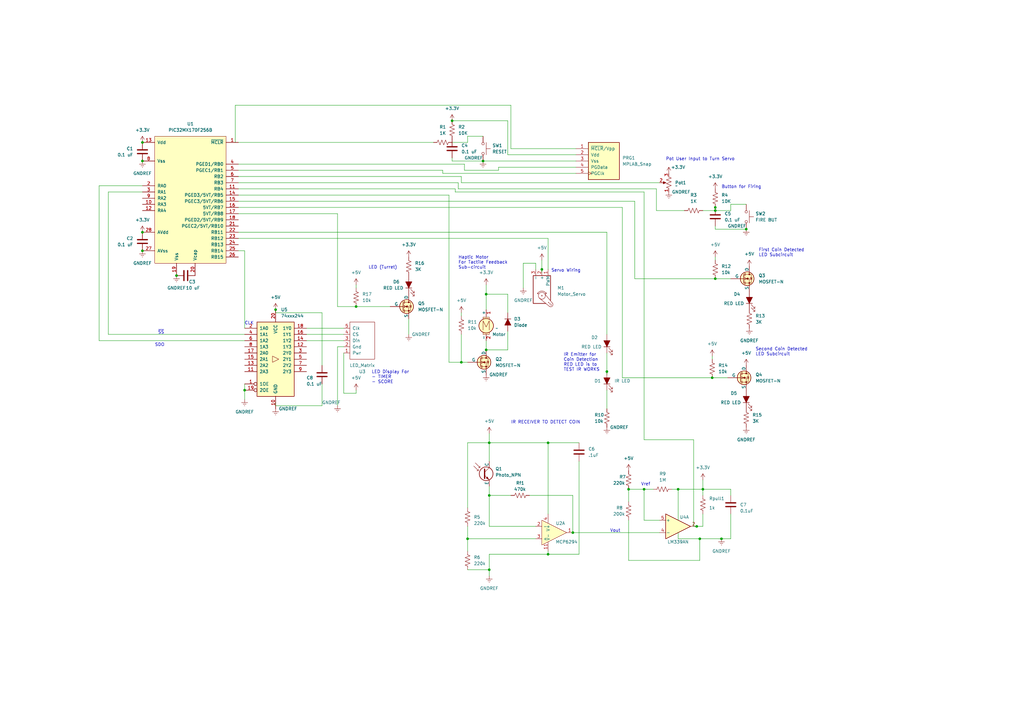
<source format=kicad_sch>
(kicad_sch (version 20230121) (generator eeschema)
  (paper "A3")
  (lib_symbols
    (symbol "ME218_BaseLib:74xxx244" (pin_names (offset 1.016))
      (property "Reference" "U" (at -7.62 16.51 0))
      (property "Value" "74xxx244" (at -7.62 -16.51 0))
      (symbol "74xxx244_1_0"
        (polyline (pts (xy 1.27 0) (xy -1.27 1.27) (xy -1.27 -1.27) (xy 1.27 0)) (stroke (width 0.1524)))
        (pin input inverted (at -12.7 -10.16 0) (length 5.08) (name "1OE") (number "1"))
        (pin power_in line (at 0 -20.32 90) (length 5.08) (name "GND") (number "10"))
        (pin input line (at -12.7 -5.08 0) (length 5.08) (name "2A3") (number "11"))
        (pin output line (at 12.7 5.08 180) (length 5.08) (name "1Y3") (number "12"))
        (pin input line (at -12.7 -2.54 0) (length 5.08) (name "2A2") (number "13"))
        (pin output line (at 12.7 7.62 180) (length 5.08) (name "1Y2") (number "14"))
        (pin input line (at -12.7 0 0) (length 5.08) (name "2A1") (number "15"))
        (pin output line (at 12.7 10.16 180) (length 5.08) (name "1Y1") (number "16"))
        (pin input line (at -12.7 2.54 0) (length 5.08) (name "2A0") (number "17"))
        (pin output line (at 12.7 12.7 180) (length 5.08) (name "1Y0") (number "18"))
        (pin input inverted (at -12.7 -12.7 0) (length 5.08) (name "2OE") (number "19"))
        (pin input line (at -12.7 12.7 0) (length 5.08) (name "1A0") (number "2"))
        (pin power_in line (at 0 20.32 270) (length 5.08) (name "VCC") (number "20"))
        (pin output line (at 12.7 2.54 180) (length 5.08) (name "2Y0") (number "3"))
        (pin input line (at -12.7 10.16 0) (length 5.08) (name "1A1") (number "4"))
        (pin output line (at 12.7 0 180) (length 5.08) (name "2Y1") (number "5"))
        (pin input line (at -12.7 7.62 0) (length 5.08) (name "1A2") (number "6"))
        (pin output line (at 12.7 -2.54 180) (length 5.08) (name "2Y2") (number "7"))
        (pin input line (at -12.7 5.08 0) (length 5.08) (name "1A3") (number "8"))
        (pin output line (at 12.7 -5.08 180) (length 5.08) (name "2Y3") (number "9"))
      )
      (symbol "74xxx244_1_1"
        (rectangle (start -7.62 15.24) (end 7.62 -15.24) (stroke (width 0.254)) (fill (type background)))
      )
    )
    (symbol "ME218_BaseLib:Cap" (pin_numbers hide) (pin_names (offset 0.254))
      (property "Reference" "C" (at 0.635 2.54 0))
      (property "Value" "Cap" (at 0.635 -2.54 0))
      (symbol "Cap_0_1"
        (polyline (pts (xy -2.032 -0.762) (xy 2.032 -0.762)) (stroke (width 0.508)))
        (polyline (pts (xy -2.032 0.762) (xy 2.032 0.762)) (stroke (width 0.508)))
      )
      (symbol "Cap_1_1"
        (pin passive line (at 0 3.81 270) (length 2.794) (name "~") (number "1"))
        (pin passive line (at 0 -3.81 90) (length 2.794) (name "~") (number "2"))
      )
    )
    (symbol "ME218_BaseLib:Diode" (pin_numbers hide) (pin_names (offset 1.016) hide)
      (property "Reference" "D" (at 0 2.54 0))
      (property "Value" "Diode" (at 0 -2.54 0))
      (symbol "Diode_0_1"
        (polyline (pts (xy -1.27 1.27) (xy -1.27 -1.27)) (stroke (width 0.2032)))
        (polyline (pts (xy 1.27 0) (xy -1.27 0)))
        (polyline (pts (xy 1.27 1.27) (xy 1.27 -1.27) (xy -1.27 0) (xy 1.27 1.27)) (stroke (width 0.2032)) (fill (type outline)))
      )
      (symbol "Diode_1_1"
        (pin passive line (at -3.81 0 0) (length 2.54) (name "K") (number "1"))
        (pin passive line (at 3.81 0 180) (length 2.54) (name "A") (number "2"))
      )
    )
    (symbol "ME218_BaseLib:LED" (pin_numbers hide) (pin_names (offset 1.016) hide)
      (property "Reference" "D" (at 0 2.54 0))
      (property "Value" "LED" (at 0 -2.54 0))
      (symbol "LED_0_1"
        (polyline (pts (xy -1.27 -1.27) (xy -1.27 1.27)) (stroke (width 0.2032)))
        (polyline (pts (xy -1.27 0) (xy 1.27 0)))
        (polyline (pts (xy 1.27 -1.27) (xy 1.27 1.27) (xy -1.27 0) (xy 1.27 -1.27)) (stroke (width 0.2032)) (fill (type outline)))
        (polyline (pts (xy -3.048 -0.762) (xy -4.572 -2.286) (xy -3.81 -2.286) (xy -4.572 -2.286) (xy -4.572 -1.524)))
        (polyline (pts (xy -1.778 -0.762) (xy -3.302 -2.286) (xy -2.54 -2.286) (xy -3.302 -2.286) (xy -3.302 -1.524)))
      )
      (symbol "LED_1_1"
        (pin passive line (at -3.81 0 0) (length 2.54) (name "K") (number "1"))
        (pin passive line (at 3.81 0 180) (length 2.54) (name "A") (number "2"))
      )
    )
    (symbol "ME218_BaseLib:LED_Matrix" (pin_names (offset 1.016))
      (property "Reference" "U" (at 1.27 17.78 0))
      (property "Value" "LED_Matrix" (at 5.08 0 0))
      (symbol "LED_Matrix_0_1"
        (rectangle (start 0 16.51) (end 10.16 1.27))
      )
      (symbol "LED_Matrix_1_1"
        (pin power_in line (at 12.7 13.97 180) (length 2.54) (name "Pwr") (number "1"))
        (pin power_in line (at 12.7 11.43 180) (length 2.54) (name "Gnd") (number "2"))
        (pin input line (at 12.7 8.89 180) (length 2.54) (name "Din") (number "3"))
        (pin input line (at 12.7 6.35 180) (length 2.54) (name "CS") (number "4"))
        (pin input line (at 12.7 3.81 180) (length 2.54) (name "Clk") (number "5"))
      )
    )
    (symbol "ME218_BaseLib:LM339AN" (pin_names (offset 0.127))
      (property "Reference" "U" (at 0 5.08 0))
      (property "Value" "LM339AN" (at 0 -5.08 0))
      (symbol "LM339AN_1_1"
        (polyline (pts (xy -5.08 5.08) (xy 5.08 0) (xy -5.08 -5.08) (xy -5.08 5.08)) (stroke (width 0.254)) (fill (type background)))
        (pin open_collector line (at 7.62 0 180) (length 2.54) (name "~") (number "2"))
        (pin input line (at -7.62 -2.54 0) (length 2.54) (name "-") (number "4"))
        (pin input line (at -7.62 2.54 0) (length 2.54) (name "+") (number "5"))
      )
      (symbol "LM339AN_2_1"
        (polyline (pts (xy -5.08 5.08) (xy 5.08 0) (xy -5.08 -5.08) (xy -5.08 5.08)) (stroke (width 0.254)) (fill (type background)))
        (pin open_collector line (at 7.62 0 180) (length 2.54) (name "~") (number "1"))
        (pin input line (at -7.62 -2.54 0) (length 2.54) (name "-") (number "6"))
        (pin input line (at -7.62 2.54 0) (length 2.54) (name "+") (number "7"))
      )
      (symbol "LM339AN_3_1"
        (polyline (pts (xy -5.08 5.08) (xy 5.08 0) (xy -5.08 -5.08) (xy -5.08 5.08)) (stroke (width 0.254)) (fill (type background)))
        (pin input line (at -7.62 -2.54 0) (length 2.54) (name "-") (number "10"))
        (pin input line (at -7.62 2.54 0) (length 2.54) (name "+") (number "11"))
        (pin open_collector line (at 7.62 0 180) (length 2.54) (name "~") (number "13"))
      )
      (symbol "LM339AN_4_1"
        (polyline (pts (xy -5.08 5.08) (xy 5.08 0) (xy -5.08 -5.08) (xy -5.08 5.08)) (stroke (width 0.254)) (fill (type background)))
        (pin open_collector line (at 7.62 0 180) (length 2.54) (name "~") (number "14"))
        (pin input line (at -7.62 -2.54 0) (length 2.54) (name "-") (number "8"))
        (pin input line (at -7.62 2.54 0) (length 2.54) (name "+") (number "9"))
      )
      (symbol "LM339AN_5_1"
        (pin power_in line (at -2.54 -7.62 90) (length 3.81) (name "V-") (number "12"))
        (pin power_in line (at -2.54 7.62 270) (length 3.81) (name "V+") (number "3"))
      )
    )
    (symbol "ME218_BaseLib:MCP6294"
      (property "Reference" "U" (at 1.27 5.08 0))
      (property "Value" "MCP6294" (at 3.81 -5.08 0))
      (symbol "MCP6294_0_1"
        (polyline (pts (xy -5.08 5.08) (xy 5.08 0) (xy -5.08 -5.08) (xy -5.08 5.08)) (stroke (width 0.1524)) (fill (type background)))
        (pin power_in line (at -2.54 -7.62 90) (length 3.81) (name "V-") (number "11"))
        (pin power_in line (at -2.54 7.62 270) (length 3.81) (name "V+") (number "4"))
      )
      (symbol "MCP6294_1_1"
        (pin output line (at 7.62 0 180) (length 2.54) (name "~") (number "1"))
        (pin input line (at -7.62 2.54 0) (length 2.54) (name "-") (number "2"))
        (pin input line (at -7.62 -2.54 0) (length 2.54) (name "+") (number "3"))
      )
      (symbol "MCP6294_2_1"
        (pin input line (at -7.62 -2.54 0) (length 2.54) (name "+") (number "5"))
        (pin input line (at -7.62 2.54 0) (length 2.54) (name "-") (number "6"))
        (pin output line (at 7.62 0 180) (length 2.54) (name "~") (number "7"))
      )
      (symbol "MCP6294_3_1"
        (pin input line (at -7.62 -2.54 0) (length 2.54) (name "+") (number "10"))
        (pin output line (at 7.62 0 180) (length 2.54) (name "~") (number "8"))
        (pin input line (at -7.62 2.54 0) (length 2.54) (name "-") (number "9"))
      )
      (symbol "MCP6294_4_1"
        (pin input line (at -7.62 -2.54 0) (length 2.54) (name "+") (number "12"))
        (pin input line (at -7.62 2.54 0) (length 2.54) (name "-") (number "13"))
        (pin output line (at 7.62 0 180) (length 2.54) (name "~") (number "14"))
      )
    )
    (symbol "ME218_BaseLib:MOSFET-N" (pin_numbers hide) (pin_names (offset 0))
      (property "Reference" "Q" (at 5.08 1.27 0))
      (property "Value" "MOSFET-N" (at 5.08 -1.27 0))
      (symbol "MOSFET-N_0_1"
        (polyline (pts (xy 0.0508 0) (xy 0.254 0)))
        (polyline (pts (xy 0.762 -1.778) (xy 2.54 -1.778)))
        (polyline (pts (xy 0.762 -1.27) (xy 0.762 -2.286)) (stroke (width 0.254)))
        (polyline (pts (xy 0.762 0) (xy 2.54 0)))
        (polyline (pts (xy 0.762 0.508) (xy 0.762 -0.508)) (stroke (width 0.254)))
        (polyline (pts (xy 0.762 1.778) (xy 2.54 1.778)))
        (polyline (pts (xy 0.762 2.286) (xy 0.762 1.27)) (stroke (width 0.254)))
        (polyline (pts (xy 2.54 -1.778) (xy 2.54 -2.54)))
        (polyline (pts (xy 2.54 -1.778) (xy 2.54 0)))
        (polyline (pts (xy 2.54 2.54) (xy 2.54 1.778)))
        (polyline (pts (xy 0.254 1.905) (xy 0.254 -1.905) (xy 0.254 -1.905)) (stroke (width 0.254)))
        (polyline (pts (xy 1.016 0) (xy 2.032 0.381) (xy 2.032 -0.381) (xy 1.016 0)) (fill (type outline)))
        (polyline (pts (xy 2.54 -1.778) (xy 3.302 -1.778) (xy 3.302 1.778) (xy 2.54 1.778)))
        (polyline (pts (xy 2.794 0.508) (xy 2.921 0.381) (xy 3.683 0.381) (xy 3.81 0.254)))
        (polyline (pts (xy 3.302 0.381) (xy 2.921 -0.254) (xy 3.683 -0.254) (xy 3.302 0.381)))
        (circle (center 1.651 0) (radius 2.8194) (stroke (width 0.254)) (fill (type background)))
        (circle (center 2.54 -1.778) (radius 0.2794) (fill (type outline)))
        (circle (center 2.54 1.778) (radius 0.2794) (fill (type outline)))
      )
      (symbol "MOSFET-N_1_1"
        (pin passive line (at 2.54 5.08 270) (length 2.54) (name "D") (number "1"))
        (pin input line (at -5.08 0 0) (length 5.08) (name "G") (number "2"))
        (pin passive line (at 2.54 -5.08 90) (length 2.54) (name "S") (number "3"))
      )
    )
    (symbol "ME218_BaseLib:MPLAB_Snap" (pin_names (offset 1.016))
      (property "Reference" "PRG" (at 0 8.89 0))
      (property "Value" "MPLAB_Snap" (at 8.89 1.27 90))
      (symbol "MPLAB_Snap_0_1"
        (rectangle (start -6.35 7.62) (end 6.35 -7.62) (stroke (width 0.254)) (fill (type background)))
      )
      (symbol "MPLAB_Snap_1_1"
        (pin output line (at -11.43 5.08 0) (length 5.08) (name "~{MCLR}/Vpp") (number "1"))
        (pin input line (at -11.43 2.54 0) (length 5.08) (name "Vdd") (number "2"))
        (pin input line (at -11.43 0 0) (length 5.08) (name "Vss") (number "3"))
        (pin bidirectional line (at -11.43 -2.54 0) (length 5.08) (name "PGData") (number "4"))
        (pin output clock (at -11.43 -5.08 0) (length 5.08) (name "PGClk") (number "5"))
        (pin no_connect line (at -2.54 -11.43 0) (length 5.08) hide (name "NC") (number "6"))
        (pin no_connect line (at -2.54 -13.97 0) (length 5.08) hide (name "NC") (number "7"))
        (pin no_connect line (at -2.54 -16.51 0) (length 5.08) hide (name "NC") (number "8"))
      )
    )
    (symbol "ME218_BaseLib:Motor" (pin_names (offset 0))
      (property "Reference" "M" (at 2.54 2.54 0))
      (property "Value" "Motor" (at 2.54 -5.08 0))
      (symbol "Motor_0_0"
        (circle (center 0 -1.524) (radius 2.9718) (stroke (width 0.254)) (fill (type background)))
        (polyline (pts (xy -1.27 -4.318) (xy -1.27 -5.08) (xy 1.27 -5.08) (xy 1.27 -4.318)) (fill (type background)))
        (polyline (pts (xy -1.27 1.27) (xy -1.27 2.032) (xy 1.27 2.032) (xy 1.27 1.27)) (fill (type background)))
        (polyline (pts (xy -1.27 -3.302) (xy -1.27 0.508) (xy 0 -2.032) (xy 1.27 0.508) (xy 1.27 -3.302)))
      )
      (symbol "Motor_0_1"
        (polyline (pts (xy 0 2.032) (xy 0 2.54)))
      )
      (symbol "Motor_1_1"
        (pin passive line (at 0 5.08 270) (length 2.54) (name "+") (number "1"))
        (pin passive line (at 0 -7.62 90) (length 2.54) (name "-") (number "2"))
      )
    )
    (symbol "ME218_BaseLib:Motor_Servo" (pin_names (offset 0.0254))
      (property "Reference" "M" (at -5.08 4.445 0))
      (property "Value" "Motor_Servo" (at -5.08 -4.064 0))
      (symbol "Motor_Servo_0_1"
        (polyline (pts (xy 2.413 -1.778) (xy 2.032 -1.778)))
        (polyline (pts (xy 2.413 -1.778) (xy 2.286 -1.397)))
        (polyline (pts (xy 2.413 1.778) (xy 1.905 1.778)))
        (polyline (pts (xy 2.413 1.778) (xy 2.286 1.397)))
        (polyline (pts (xy 6.35 4.445) (xy 2.54 1.27)))
        (polyline (pts (xy 7.62 3.175) (xy 4.191 -1.016)))
        (polyline (pts (xy 5.08 3.556) (xy -5.08 3.556) (xy -5.08 -3.556) (xy 6.35 -3.556) (xy 6.35 1.524)) (stroke (width 0.254)))
        (arc (start 2.413 1.778) (mid 1.2406 0) (end 2.413 -1.778))
        (circle (center 3.175 0) (radius 0.1778))
        (circle (center 3.175 0) (radius 1.4224))
        (circle (center 5.969 2.794) (radius 0.127))
        (circle (center 6.477 3.302) (radius 0.127))
        (circle (center 6.985 3.81) (radius 0.127))
        (arc (start 7.62 3.175) (mid 7.4485 4.2735) (end 6.35 4.445))
      )
      (symbol "Motor_Servo_1_1"
        (pin passive line (at -7.62 2.54 0) (length 2.54) (name "PWM") (number "1"))
        (pin passive line (at -7.62 0 0) (length 2.54) (name "+") (number "2"))
        (pin passive line (at -7.62 -2.54 0) (length 2.54) (name "-") (number "3"))
      )
    )
    (symbol "ME218_BaseLib:PIC32MX170F256B" (pin_names (offset 1.016))
      (property "Reference" "U" (at -20.32 25.4 0))
      (property "Value" "PIC32MX170F256B" (at -7.62 25.4 0))
      (symbol "PIC32MX170F256B_0_1"
        (rectangle (start -21.59 24.13) (end 7.62 -27.94) (fill (type background)))
      )
      (symbol "PIC32MX170F256B_1_1"
        (pin input line (at 12.7 21.59 180) (length 5.08) (name "~{MCLR}") (number "1"))
        (pin bidirectional line (at -26.67 -3.81 0) (length 5.08) (name "RA3") (number "10"))
        (pin bidirectional line (at 12.7 2.54 180) (length 5.08) (name "RB4") (number "11"))
        (pin bidirectional line (at -26.67 -6.35 0) (length 5.08) (name "RA4") (number "12"))
        (pin power_in line (at -26.67 21.59 0) (length 5.08) (name "Vdd") (number "13"))
        (pin bidirectional line (at 12.7 0 180) (length 5.08) (name "PGED3/5VT/RB5") (number "14"))
        (pin bidirectional line (at 12.7 -2.54 180) (length 5.08) (name "PGEC3/5VT/RB6") (number "15"))
        (pin bidirectional line (at 12.7 -5.08 180) (length 5.08) (name "5VT/RB7") (number "16"))
        (pin bidirectional line (at 12.7 -7.62 180) (length 5.08) (name "5VT/RB8") (number "17"))
        (pin bidirectional line (at 12.7 -10.16 180) (length 5.08) (name "PGED2/5VT/RB9") (number "18"))
        (pin power_in line (at -12.7 -33.02 90) (length 5.08) (name "Vss") (number "19"))
        (pin bidirectional line (at -26.67 3.81 0) (length 5.08) (name "RA0") (number "2"))
        (pin input line (at -5.08 -33.02 90) (length 5.08) (name "Vcap") (number "20"))
        (pin bidirectional line (at 12.7 -12.7 180) (length 5.08) (name "PGEC2/5VT/RB10") (number "21"))
        (pin bidirectional line (at 12.7 -15.24 180) (length 5.08) (name "RB11") (number "22"))
        (pin bidirectional line (at 12.7 -17.78 180) (length 5.08) (name "RB12") (number "23"))
        (pin bidirectional line (at 12.7 -20.32 180) (length 5.08) (name "RB13") (number "24"))
        (pin bidirectional line (at 12.7 -22.86 180) (length 5.08) (name "RB14") (number "25"))
        (pin bidirectional line (at 12.7 -25.4 180) (length 5.08) (name "RB15") (number "26"))
        (pin power_in line (at -26.67 -22.86 0) (length 5.08) (name "AVss") (number "27"))
        (pin power_in line (at -26.67 -15.24 0) (length 5.08) (name "AVdd") (number "28"))
        (pin bidirectional line (at -26.67 1.27 0) (length 5.08) (name "RA1") (number "3"))
        (pin bidirectional line (at 12.7 12.7 180) (length 5.08) (name "PGED1/RB0") (number "4"))
        (pin bidirectional line (at 12.7 10.16 180) (length 5.08) (name "PGEC1/RB1") (number "5"))
        (pin bidirectional line (at 12.7 7.62 180) (length 5.08) (name "RB2") (number "6"))
        (pin bidirectional line (at 12.7 5.08 180) (length 5.08) (name "RB3") (number "7"))
        (pin power_in line (at -26.67 13.97 0) (length 5.08) (name "Vss") (number "8"))
        (pin bidirectional line (at -26.67 -1.27 0) (length 5.08) (name "RA2") (number "9"))
      )
    )
    (symbol "ME218_BaseLib:Photo_NPN" (pin_numbers hide) (pin_names (offset 0))
      (property "Reference" "Q" (at 5.08 1.27 0))
      (property "Value" "Photo_NPN" (at 5.08 -1.27 0))
      (symbol "Photo_NPN_0_1"
        (polyline (pts (xy -1.905 1.27) (xy -2.54 1.27)))
        (polyline (pts (xy -1.27 2.54) (xy -1.905 2.54)))
        (polyline (pts (xy 0.635 0.635) (xy 2.54 2.54)))
        (polyline (pts (xy -3.81 3.175) (xy -1.905 1.27) (xy -1.905 1.905)))
        (polyline (pts (xy -3.175 4.445) (xy -1.27 2.54) (xy -1.27 3.175)))
        (polyline (pts (xy 0.635 -0.635) (xy 2.54 -2.54) (xy 2.54 -2.54)))
        (polyline (pts (xy 0.635 1.905) (xy 0.635 -1.905) (xy 0.635 -1.905)) (stroke (width 0.508)))
        (polyline (pts (xy 1.27 -1.778) (xy 1.778 -1.27) (xy 2.286 -2.286) (xy 1.27 -1.778) (xy 1.27 -1.778)) (fill (type outline)))
        (circle (center 1.27 0) (radius 2.8194) (stroke (width 0.254)))
      )
      (symbol "Photo_NPN_1_1"
        (pin passive line (at 2.54 5.08 270) (length 2.54) (name "C") (number "1"))
        (pin passive line (at 2.54 -5.08 90) (length 2.54) (name "E") (number "2"))
      )
    )
    (symbol "ME218_BaseLib:RPot1" (pin_names (offset 1.016) hide)
      (property "Reference" "RV" (at -4.445 0 90))
      (property "Value" "RPot1" (at -2.54 0 90))
      (symbol "RPot1_0_1"
        (polyline (pts (xy 0 -2.286) (xy 0 -2.54)))
        (polyline (pts (xy 0 2.54) (xy 0 2.286)))
        (polyline (pts (xy 2.54 0) (xy 1.524 0)))
        (polyline (pts (xy 1.143 0) (xy 2.286 0.508) (xy 2.286 -0.508) (xy 1.143 0)) (fill (type outline)))
        (polyline (pts (xy 0 -0.762) (xy 1.016 -1.143) (xy 0 -1.524) (xy -1.016 -1.905) (xy 0 -2.286)))
        (polyline (pts (xy 0 0.762) (xy 1.016 0.381) (xy 0 0) (xy -1.016 -0.381) (xy 0 -0.762)))
        (polyline (pts (xy 0 2.286) (xy 1.016 1.905) (xy 0 1.524) (xy -1.016 1.143) (xy 0 0.762)))
      )
      (symbol "RPot1_1_1"
        (pin passive line (at 0 3.81 270) (length 1.27) (name "1") (number "1"))
        (pin passive line (at 3.81 0 180) (length 1.27) (name "2") (number "2"))
        (pin passive line (at 0 -3.81 90) (length 1.27) (name "3") (number "3"))
      )
    )
    (symbol "ME218_BaseLib:Res1" (pin_numbers hide) (pin_names (offset 0))
      (property "Reference" "R" (at 2.54 0 90))
      (property "Value" "Res1" (at -2.54 0 90))
      (symbol "Res1_0_1"
        (polyline (pts (xy 0 -2.286) (xy 0 -2.54)))
        (polyline (pts (xy 0 2.286) (xy 0 2.54)))
        (polyline (pts (xy 0 -0.762) (xy 1.016 -1.143) (xy 0 -1.524) (xy -1.016 -1.905) (xy 0 -2.286)))
        (polyline (pts (xy 0 0.762) (xy 1.016 0.381) (xy 0 0) (xy -1.016 -0.381) (xy 0 -0.762)))
        (polyline (pts (xy 0 2.286) (xy 1.016 1.905) (xy 0 1.524) (xy -1.016 1.143) (xy 0 0.762)))
      )
      (symbol "Res1_1_1"
        (pin passive line (at 0 3.81 270) (length 1.27) (name "~") (number "1"))
        (pin passive line (at 0 -3.81 90) (length 1.27) (name "~") (number "2"))
      )
    )
    (symbol "ME218_BaseLib:SW-PB" (pin_numbers hide) (pin_names (offset 1.016) hide)
      (property "Reference" "SW" (at 1.27 2.54 0))
      (property "Value" "SW-PB" (at 0 -1.524 0))
      (symbol "SW-PB_0_1"
        (circle (center -2.032 0) (radius 0.508))
        (polyline (pts (xy 0 1.27) (xy 0 3.048)))
        (polyline (pts (xy 2.54 1.27) (xy -2.54 1.27)))
        (circle (center 2.032 0) (radius 0.508))
        (pin passive line (at -5.08 0 0) (length 2.54) (name "1") (number "1"))
        (pin passive line (at 5.08 0 180) (length 2.54) (name "2") (number "2"))
      )
    )
    (symbol "power:+3.3V" (power) (pin_names (offset 0))
      (property "Value" "+3.3V" (at 0 3.556 0))
      (symbol "+3.3V_0_1"
        (polyline (pts (xy -0.762 1.27) (xy 0 2.54)))
        (polyline (pts (xy 0 0) (xy 0 2.54)))
        (polyline (pts (xy 0 2.54) (xy 0.762 1.27)))
      )
      (symbol "+3.3V_1_1"
        (pin power_in line (at 0 0 90) (length 0) hide (name "+3.3V") (number "1"))
      )
    )
    (symbol "power:+5V" (power) (pin_names (offset 0))
      (property "Value" "+5V" (at 0 3.556 0))
      (symbol "+5V_0_1"
        (polyline (pts (xy -0.762 1.27) (xy 0 2.54)))
        (polyline (pts (xy 0 0) (xy 0 2.54)))
        (polyline (pts (xy 0 2.54) (xy 0.762 1.27)))
      )
      (symbol "+5V_1_1"
        (pin power_in line (at 0 0 90) (length 0) hide (name "+5V") (number "1"))
      )
    )
    (symbol "power:GNDREF" (power) (pin_names (offset 0))
      (property "Value" "GNDREF" (at 0 -3.81 0))
      (symbol "GNDREF_0_1"
        (polyline (pts (xy -0.635 -1.905) (xy 0.635 -1.905)))
        (polyline (pts (xy -0.127 -2.54) (xy 0.127 -2.54)))
        (polyline (pts (xy 0 -1.27) (xy 0 0)))
        (polyline (pts (xy 1.27 -1.27) (xy -1.27 -1.27)))
      )
      (symbol "GNDREF_1_1"
        (pin power_in line (at 0 0 270) (length 0) hide (name "GNDREF") (number "1"))
      )
    )
  )
  (junction (at 198.12 66.04))
  (junction (at 200.66 233.68))
  (junction (at 58.42 102.87))
  (junction (at 224.79 181.61))
  (junction (at 58.42 66.04))
  (junction (at 100.33 160.02))
  (junction (at 234.95 218.44))
  (junction (at 264.16 200.66))
  (junction (at 293.37 86.36))
  (junction (at 185.42 49.53))
  (junction (at 285.75 215.9))
  (junction (at 113.03 127))
  (junction (at 72.39 113.03))
  (junction (at 292.1 154.94))
  (junction (at 295.91 220.98))
  (junction (at 200.66 181.61))
  (junction (at 189.23 148.59))
  (junction (at 200.66 203.2))
  (junction (at 293.37 85.09))
  (junction (at 199.39 143.51))
  (junction (at 306.07 93.98))
  (junction (at 248.92 152.4))
  (junction (at 199.39 120.65))
  (junction (at 293.37 114.3))
  (junction (at 222.25 110.49))
  (junction (at 58.42 58.42))
  (junction (at 278.13 200.66))
  (junction (at 287.02 220.98))
  (junction (at 146.05 125.73))
  (junction (at 191.77 220.98))
  (junction (at 58.42 95.25))
  (junction (at 288.29 200.66))
  (junction (at 224.79 227.33))
  (junction (at 257.81 200.66))
  (wire (pts (xy 224.79 226.06) (xy 224.79 227.33)))
  (wire (pts (xy 96.52 43.18) (xy 96.52 58.42)))
  (wire (pts (xy 191.77 220.98) (xy 219.71 220.98)))
  (wire (pts (xy 299.72 83.82) (xy 299.72 86.36)))
  (wire (pts (xy 181.61 69.85) (xy 181.61 71.12)))
  (wire (pts (xy 40.64 76.2) (xy 40.64 139.7)))
  (wire (pts (xy 208.28 49.53) (xy 185.42 49.53)))
  (wire (pts (xy 264.16 78.74) (xy 186.69 78.74)))
  (wire (pts (xy 257.81 213.36) (xy 257.81 229.87)))
  (wire (pts (xy 132.08 128.27) (xy 113.03 128.27)))
  (wire (pts (xy 219.71 107.95) (xy 219.71 110.49)))
  (wire (pts (xy 236.22 71.12) (xy 181.61 71.12)))
  (wire (pts (xy 284.48 180.34) (xy 264.16 180.34)))
  (wire (pts (xy 306.07 83.82) (xy 299.72 83.82)))
  (wire (pts (xy 138.43 142.24) (xy 138.43 166.37)))
  (wire (pts (xy 299.72 210.82) (xy 299.72 220.98)))
  (wire (pts (xy 293.37 86.36) (xy 299.72 86.36)))
  (wire (pts (xy 214.63 107.95) (xy 219.71 107.95)))
  (wire (pts (xy 224.79 227.33) (xy 200.66 227.33)))
  (wire (pts (xy 255.27 85.09) (xy 255.27 154.94)))
  (wire (pts (xy 285.75 215.9) (xy 288.29 215.9)))
  (wire (pts (xy 189.23 74.93) (xy 189.23 72.39)))
  (wire (pts (xy 264.16 180.34) (xy 264.16 78.74)))
  (wire (pts (xy 44.45 78.74) (xy 44.45 137.16)))
  (wire (pts (xy 40.64 139.7) (xy 100.33 139.7)))
  (wire (pts (xy 200.66 215.9) (xy 219.71 215.9)))
  (wire (pts (xy 191.77 220.98) (xy 191.77 226.06)))
  (wire (pts (xy 288.29 196.85) (xy 288.29 200.66)))
  (wire (pts (xy 284.48 215.9) (xy 285.75 215.9)))
  (wire (pts (xy 264.16 200.66) (xy 267.97 200.66)))
  (wire (pts (xy 299.72 220.98) (xy 295.91 220.98)))
  (wire (pts (xy 140.97 144.78) (xy 140.97 161.29)))
  (wire (pts (xy 113.03 128.27) (xy 113.03 127)))
  (wire (pts (xy 248.92 160.02) (xy 248.92 167.64)))
  (wire (pts (xy 209.55 60.96) (xy 209.55 43.18)))
  (wire (pts (xy 269.24 77.47) (xy 187.96 77.47)))
  (wire (pts (xy 288.29 210.82) (xy 288.29 215.9)))
  (wire (pts (xy 186.69 77.47) (xy 97.79 77.47)))
  (wire (pts (xy 100.33 157.48) (xy 100.33 160.02)))
  (wire (pts (xy 190.5 69.85) (xy 204.47 69.85)))
  (wire (pts (xy 200.66 199.39) (xy 200.66 203.2)))
  (wire (pts (xy 191.77 181.61) (xy 191.77 208.28)))
  (wire (pts (xy 269.24 86.36) (xy 269.24 77.47)))
  (wire (pts (xy 234.95 203.2) (xy 234.95 218.44)))
  (wire (pts (xy 292.1 146.05) (xy 292.1 147.32)))
  (wire (pts (xy 191.77 55.88) (xy 191.77 58.42)))
  (wire (pts (xy 138.43 142.24) (xy 140.97 142.24)))
  (wire (pts (xy 236.22 63.5) (xy 208.28 63.5)))
  (wire (pts (xy 199.39 127) (xy 199.39 120.65)))
  (wire (pts (xy 257.81 200.66) (xy 257.81 205.74)))
  (wire (pts (xy 306.07 93.98) (xy 293.37 93.98)))
  (wire (pts (xy 58.42 76.2) (xy 40.64 76.2)))
  (wire (pts (xy 97.79 85.09) (xy 255.27 85.09)))
  (wire (pts (xy 198.12 55.88) (xy 191.77 55.88)))
  (wire (pts (xy 293.37 114.3) (xy 299.72 114.3)))
  (wire (pts (xy 236.22 60.96) (xy 209.55 60.96)))
  (wire (pts (xy 138.43 87.63) (xy 97.79 87.63)))
  (wire (pts (xy 200.66 227.33) (xy 200.66 233.68)))
  (wire (pts (xy 187.96 77.47) (xy 187.96 74.93)))
  (wire (pts (xy 100.33 160.02) (xy 100.33 163.83)))
  (wire (pts (xy 208.28 143.51) (xy 199.39 143.51)))
  (wire (pts (xy 132.08 128.27) (xy 132.08 149.86)))
  (wire (pts (xy 293.37 86.36) (xy 293.37 85.09)))
  (wire (pts (xy 200.66 233.68) (xy 200.66 236.22)))
  (wire (pts (xy 132.08 166.37) (xy 113.03 166.37)))
  (wire (pts (xy 146.05 125.73) (xy 160.02 125.73)))
  (wire (pts (xy 146.05 116.84) (xy 146.05 118.11)))
  (wire (pts (xy 200.66 181.61) (xy 191.77 181.61)))
  (wire (pts (xy 208.28 135.89) (xy 208.28 143.51)))
  (wire (pts (xy 58.42 78.74) (xy 44.45 78.74)))
  (wire (pts (xy 224.79 97.79) (xy 224.79 110.49)))
  (wire (pts (xy 97.79 95.25) (xy 248.92 95.25)))
  (wire (pts (xy 186.69 77.47) (xy 186.69 78.74)))
  (wire (pts (xy 293.37 105.41) (xy 293.37 106.68)))
  (wire (pts (xy 237.49 189.23) (xy 237.49 227.33)))
  (wire (pts (xy 132.08 157.48) (xy 132.08 166.37)))
  (wire (pts (xy 184.15 148.59) (xy 189.23 148.59)))
  (wire (pts (xy 97.79 97.79) (xy 224.79 97.79)))
  (wire (pts (xy 264.16 200.66) (xy 264.16 213.36)))
  (wire (pts (xy 209.55 43.18) (xy 96.52 43.18)))
  (wire (pts (xy 278.13 218.44) (xy 278.13 220.98)))
  (wire (pts (xy 191.77 215.9) (xy 191.77 220.98)))
  (wire (pts (xy 288.29 200.66) (xy 299.72 200.66)))
  (wire (pts (xy 200.66 181.61) (xy 200.66 189.23)))
  (wire (pts (xy 248.92 95.25) (xy 248.92 137.16)))
  (wire (pts (xy 198.12 66.04) (xy 185.42 66.04)))
  (wire (pts (xy 100.33 102.87) (xy 100.33 134.62)))
  (wire (pts (xy 222.25 110.49) (xy 222.25 111.76)))
  (wire (pts (xy 278.13 200.66) (xy 288.29 200.66)))
  (wire (pts (xy 189.23 148.59) (xy 191.77 148.59)))
  (wire (pts (xy 138.43 125.73) (xy 146.05 125.73)))
  (wire (pts (xy 200.66 203.2) (xy 200.66 215.9)))
  (wire (pts (xy 97.79 82.55) (xy 260.35 82.55)))
  (wire (pts (xy 185.42 64.77) (xy 185.42 66.04)))
  (wire (pts (xy 200.66 203.2) (xy 209.55 203.2)))
  (wire (pts (xy 125.73 137.16) (xy 140.97 137.16)))
  (wire (pts (xy 198.12 66.04) (xy 236.22 66.04)))
  (wire (pts (xy 200.66 181.61) (xy 224.79 181.61)))
  (wire (pts (xy 191.77 233.68) (xy 200.66 233.68)))
  (wire (pts (xy 224.79 181.61) (xy 237.49 181.61)))
  (wire (pts (xy 264.16 213.36) (xy 270.51 213.36)))
  (wire (pts (xy 190.5 67.31) (xy 97.79 67.31)))
  (wire (pts (xy 199.39 116.84) (xy 199.39 120.65)))
  (wire (pts (xy 167.64 130.81) (xy 167.64 137.16)))
  (wire (pts (xy 292.1 154.94) (xy 298.45 154.94)))
  (wire (pts (xy 199.39 139.7) (xy 199.39 143.51)))
  (wire (pts (xy 200.66 177.8) (xy 200.66 181.61)))
  (wire (pts (xy 260.35 82.55) (xy 260.35 114.3)))
  (wire (pts (xy 97.79 80.01) (xy 184.15 80.01)))
  (wire (pts (xy 204.47 68.58) (xy 236.22 68.58)))
  (wire (pts (xy 190.5 69.85) (xy 190.5 67.31)))
  (wire (pts (xy 287.02 220.98) (xy 287.02 229.87)))
  (wire (pts (xy 184.15 80.01) (xy 184.15 148.59)))
  (wire (pts (xy 97.79 58.42) (xy 177.8 58.42)))
  (wire (pts (xy 287.02 220.98) (xy 278.13 220.98)))
  (wire (pts (xy 185.42 58.42) (xy 191.77 58.42)))
  (wire (pts (xy 125.73 134.62) (xy 140.97 134.62)))
  (wire (pts (xy 208.28 63.5) (xy 208.28 49.53)))
  (wire (pts (xy 214.63 118.11) (xy 214.63 107.95)))
  (wire (pts (xy 199.39 120.65) (xy 208.28 120.65)))
  (wire (pts (xy 187.96 74.93) (xy 97.79 74.93)))
  (wire (pts (xy 260.35 114.3) (xy 293.37 114.3)))
  (wire (pts (xy 224.79 210.82) (xy 224.79 181.61)))
  (wire (pts (xy 217.17 203.2) (xy 234.95 203.2)))
  (wire (pts (xy 299.72 203.2) (xy 299.72 200.66)))
  (wire (pts (xy 125.73 139.7) (xy 140.97 139.7)))
  (wire (pts (xy 181.61 69.85) (xy 97.79 69.85)))
  (wire (pts (xy 140.97 161.29) (xy 146.05 161.29)))
  (wire (pts (xy 284.48 180.34) (xy 284.48 215.9)))
  (wire (pts (xy 280.67 86.36) (xy 269.24 86.36)))
  (wire (pts (xy 275.59 200.66) (xy 278.13 200.66)))
  (wire (pts (xy 234.95 218.44) (xy 270.51 218.44)))
  (wire (pts (xy 44.45 137.16) (xy 100.33 137.16)))
  (wire (pts (xy 113.03 165.1) (xy 113.03 166.37)))
  (wire (pts (xy 237.49 227.33) (xy 224.79 227.33)))
  (wire (pts (xy 257.81 229.87) (xy 287.02 229.87)))
  (wire (pts (xy 189.23 72.39) (xy 97.79 72.39)))
  (wire (pts (xy 248.92 152.4) (xy 248.92 144.78)))
  (wire (pts (xy 255.27 154.94) (xy 292.1 154.94)))
  (wire (pts (xy 138.43 125.73) (xy 138.43 87.63)))
  (wire (pts (xy 204.47 69.85) (xy 204.47 68.58)))
  (wire (pts (xy 146.05 161.29) (xy 146.05 160.02)))
  (wire (pts (xy 270.51 74.93) (xy 189.23 74.93)))
  (wire (pts (xy 293.37 92.71) (xy 293.37 93.98)))
  (wire (pts (xy 208.28 128.27) (xy 208.28 120.65)))
  (wire (pts (xy 97.79 102.87) (xy 100.33 102.87)))
  (wire (pts (xy 189.23 137.16) (xy 189.23 148.59)))
  (wire (pts (xy 295.91 220.98) (xy 287.02 220.98)))
  (wire (pts (xy 257.81 200.66) (xy 264.16 200.66)))
  (wire (pts (xy 248.92 153.67) (xy 248.92 152.4)))
  (wire (pts (xy 189.23 128.27) (xy 189.23 129.54)))
  (wire (pts (xy 278.13 200.66) (xy 278.13 213.36)))
  (wire (pts (xy 288.29 86.36) (xy 293.37 86.36)))
  (wire (pts (xy 288.29 200.66) (xy 288.29 203.2)))
  (wire (pts (xy 222.25 106.68) (xy 222.25 110.49)))
  (text "Haptic Motor \nFor Tactile Feedback\nSub-circuit\n" (at 187.96 110.49 0) (effects (font (size 1.27 1.27)) (justify left bottom)))
  (text "IR RECEIVER TO DETECT COIN\n" (at 209.55 173.99 0) (effects (font (size 1.27 1.27)) (justify left bottom)))
  (text "IR Emitter for \nCoin Detection \nRED LED is to \nTEST IR WORKS\n" (at 231.14 152.4 0) (effects (font (size 1.27 1.27)) (justify left bottom)))
  (text "~{SS}" (at 64.77 137.16 0) (effects (font (size 1.27 1.27)) (justify left bottom)))
  (text "LED Display For \n- TIMER\n- SCORE" (at 152.4 157.48 0) (effects (font (size 1.27 1.27)) (justify left bottom)))
  (text "Vref\n" (at 262.89 199.39 0) (effects (font (size 1.27 1.27)) (justify left bottom)))
  (text "Servo Wiring\n" (at 226.06 111.76 0) (effects (font (size 1.27 1.27)) (justify left bottom)))
  (text "Button for Firing" (at 295.91 77.47 0) (effects (font (size 1.27 1.27)) (justify left bottom)))
  (text "SDO" (at 63.5 142.24 0) (effects (font (size 1.27 1.27)) (justify left bottom)))
  (text "Vout\n" (at 250.19 218.44 0) (effects (font (size 1.27 1.27)) (justify left bottom)))
  (text "Pot User Input to Turn Servo\n" (at 273.05 66.04 0) (effects (font (size 1.27 1.27)) (justify left bottom)))
  (text "Second Coin Detected \nLED Subcircuit\n" (at 309.88 146.05 0) (effects (font (size 1.27 1.27)) (justify left bottom)))
  (text "CLK" (at 100.33 133.35 0) (effects (font (size 1.27 1.27)) (justify left bottom)))
  (text "LED (Turret)\n" (at 151.13 110.49 0) (effects (font (size 1.27 1.27)) (justify left bottom)))
  (text "First Coin Detected \nLED Subcircuit\n" (at 311.15 105.41 0) (effects (font (size 1.27 1.27)) (justify left bottom)))
  (symbol (lib_id "ME218_BaseLib:Cap") (at 132.08 153.67 0) (unit 1)
    (property "Reference" "C8" (at 125.73 154.94 0) (effects (justify left)))
    (property "Value" "0.1 uF" (at 125.73 157.48 0) (effects (justify left)))
  )
  (symbol (lib_id "power:GNDREF") (at 200.66 236.22 0) (unit 1)
    (property "Reference" "#PWR014" (effects hide))
    (property "Value" "GNDREF" (at 200.66 241.3 0))
  )
  (symbol (lib_id "ME218_BaseLib:RPot1") (at 274.32 74.93 180) (unit 1)
    (property "Reference" "Pot1" (at 276.86 74.93 0) (effects (justify right)))
    (property "Value" "~" (at 276.86 76.2 0) (effects (justify right)))
  )
  (symbol (lib_id "ME218_BaseLib:Res1") (at 293.37 110.49 0) (unit 1)
    (property "Reference" "R12" (at 295.91 109.22 0) (effects (justify left)))
    (property "Value" "10k" (at 295.91 111.76 0) (effects (justify left)))
  )
  (symbol (lib_id "ME218_BaseLib:Res1") (at 167.64 109.22 0) (unit 1)
    (property "Reference" "R16" (at 170.18 107.95 0) (effects (justify left)))
    (property "Value" "3K" (at 170.18 110.49 0) (effects (justify left)))
  )
  (symbol (lib_id "ME218_BaseLib:Res1") (at 257.81 196.85 0) (unit 1)
    (property "Reference" "R7" (at 254 195.58 0) (effects (justify left)))
    (property "Value" "220k" (at 251.46 198.12 0) (effects (justify left)))
  )
  (symbol (lib_id "ME218_BaseLib:Res1") (at 213.36 203.2 90) (unit 1)
    (property "Reference" "Rf1" (at 213.36 198.12 90))
    (property "Value" "470k" (at 210.82 200.66 90) (effects (justify right)))
  )
  (symbol (lib_id "ME218_BaseLib:MOSFET-N") (at 196.85 148.59 0) (unit 1)
    (property "Reference" "Q2" (at 203.2 147.32 0) (effects (justify left)))
    (property "Value" "MOSFET-N" (at 203.2 149.86 0) (effects (justify left)))
  )
  (symbol (lib_id "ME218_BaseLib:Res1") (at 307.34 130.81 0) (unit 1)
    (property "Reference" "R13" (at 309.88 129.54 0) (effects (justify left)))
    (property "Value" "3K" (at 309.88 132.08 0) (effects (justify left)))
  )
  (symbol (lib_id "power:GNDREF") (at 306.07 175.26 0) (unit 1)
    (property "Reference" "#PWR030" (effects hide))
    (property "Value" "GNDREF" (at 306.07 180.34 0))
  )
  (symbol (lib_id "ME218_BaseLib:Res1") (at 191.77 212.09 0) (unit 1)
    (property "Reference" "R5" (at 194.31 212.09 0) (effects (justify left)))
    (property "Value" "220k" (at 194.31 214.63 0) (effects (justify left)))
  )
  (symbol (lib_id "power:+5V") (at 222.25 106.68 0) (unit 1)
    (property "Reference" "#PWR08" (effects hide))
    (property "Value" "+5V" (at 222.25 101.6 0))
  )
  (symbol (lib_id "power:GNDREF") (at 58.42 66.04 0) (unit 1)
    (property "Reference" "#PWR02" (effects hide))
    (property "Value" "GNDREF" (at 58.42 71.12 0))
  )
  (symbol (lib_id "power:+5V") (at 113.03 127 0) (unit 1)
    (property "Reference" "#PWR031" (effects hide))
    (property "Value" "+5V" (at 113.03 121.92 0))
  )
  (symbol (lib_id "ME218_BaseLib:LED") (at 307.34 123.19 90) (unit 1)
    (property "Reference" "D4" (at 302.26 120.65 90))
    (property "Value" "RED LED" (at 300.99 124.46 90))
  )
  (symbol (lib_id "ME218_BaseLib:LM339AN") (at 278.13 215.9 0) (unit 1)
    (property "Reference" "U4" (at 280.67 212.09 0))
    (property "Value" "LM339AN" (at 278.13 222.25 0))
  )
  (symbol (lib_id "power:+5V") (at 292.1 146.05 0) (unit 1)
    (property "Reference" "#PWR028" (effects hide))
    (property "Value" "+5V" (at 292.1 140.97 0))
  )
  (symbol (lib_id "power:GNDREF") (at 307.34 134.62 0) (unit 1)
    (property "Reference" "#PWR026" (effects hide))
    (property "Value" "GNDREF" (at 307.34 139.7 0))
  )
  (symbol (lib_id "ME218_BaseLib:MOSFET-N") (at 303.53 154.94 0) (unit 1)
    (property "Reference" "Q4" (at 309.88 153.67 0) (effects (justify left)))
    (property "Value" "MOSFET-N" (at 309.88 156.21 0) (effects (justify left)))
  )
  (symbol (lib_id "ME218_BaseLib:LED") (at 167.64 116.84 90) (unit 1)
    (property "Reference" "D6" (at 162.56 115.57 90))
    (property "Value" "RED LED" (at 161.29 118.11 90))
  )
  (symbol (lib_id "power:+3.3V") (at 185.42 49.53 0) (unit 1)
    (property "Reference" "#PWR06" (effects hide))
    (property "Value" "+3.3V" (at 185.42 44.45 0))
  )
  (symbol (lib_id "ME218_BaseLib:MOSFET-N") (at 165.1 125.73 0) (unit 1)
    (property "Reference" "Q5" (at 171.45 124.46 0) (effects (justify left)))
    (property "Value" "MOSFET-N" (at 171.45 127 0) (effects (justify left)))
  )
  (symbol (lib_id "ME218_BaseLib:Motor") (at 199.39 132.08 0) (unit 1)
    (property "Reference" "Motor" (at 201.93 137.16 0) (effects (justify left)))
    (property "Value" "~" (at 203.2 134.62 0) (effects (justify left)))
  )
  (symbol (lib_id "ME218_BaseLib:LED") (at 248.92 140.97 90) (unit 1)
    (property "Reference" "D2" (at 243.84 138.43 90))
    (property "Value" "RED LED" (at 242.57 142.24 90))
  )
  (symbol (lib_id "ME218_BaseLib:74xxx244") (at 113.03 147.32 0) (unit 1)
    (property "Reference" "U5" (at 115.2241 127 0) (effects (justify left)))
    (property "Value" "74xxx244" (at 115.2241 129.54 0) (effects (justify left)))
  )
  (symbol (lib_id "ME218_BaseLib:MCP6294") (at 227.33 218.44 0) (unit 1)
    (property "Reference" "U2" (at 229.87 214.63 0))
    (property "Value" "MCP6294" (at 232.41 222.25 0))
  )
  (symbol (lib_id "ME218_BaseLib:Motor_Servo") (at 222.25 118.11 270) (unit 1)
    (property "Reference" "M1" (at 228.6 118.0989 90) (effects (justify left)))
    (property "Value" "Motor_Servo" (at 228.6 120.6389 90) (effects (justify left)))
  )
  (symbol (lib_id "ME218_BaseLib:Cap") (at 76.2 113.03 90) (mirror x) (unit 1)
    (property "Reference" "C3" (at 77.47 115.57 90) (effects (justify right)))
    (property "Value" "10 uF" (at 76.2 118.11 90) (effects (justify right)))
  )
  (symbol (lib_id "power:+3.3V") (at 58.42 95.25 0) (unit 1)
    (property "Reference" "#PWR03" (effects hide))
    (property "Value" "+3.3V" (at 58.42 90.17 0))
  )
  (symbol (lib_id "power:+5V") (at 306.07 149.86 0) (unit 1)
    (property "Reference" "#PWR029" (effects hide))
    (property "Value" "+5V" (at 306.07 144.78 0))
  )
  (symbol (lib_id "power:+3.3V") (at 167.64 105.41 0) (unit 1)
    (property "Reference" "#PWR035" (effects hide))
    (property "Value" "+3.3V" (at 167.64 100.33 0))
  )
  (symbol (lib_id "ME218_BaseLib:Cap") (at 237.49 185.42 0) (unit 1)
    (property "Reference" "C6" (at 241.3 184.15 0) (effects (justify left)))
    (property "Value" ".1uF" (at 241.3 186.69 0) (effects (justify left)))
  )
  (symbol (lib_id "power:+5V") (at 307.34 109.22 0) (unit 1)
    (property "Reference" "#PWR027" (effects hide))
    (property "Value" "+5V" (at 307.34 104.14 0))
  )
  (symbol (lib_id "ME218_BaseLib:Cap") (at 185.42 60.96 0) (unit 1)
    (property "Reference" "C4" (at 189.23 59.69 0) (effects (justify left)))
    (property "Value" "0.1 uF" (at 189.23 62.23 0) (effects (justify left)))
  )
  (symbol (lib_id "ME218_BaseLib:Res1") (at 271.78 200.66 90) (unit 1)
    (property "Reference" "R9" (at 271.78 194.31 90))
    (property "Value" "1M" (at 271.78 196.85 90))
  )
  (symbol (lib_id "power:GNDREF") (at 167.64 137.16 0) (unit 1)
    (property "Reference" "#PWR034" (effects hide))
    (property "Value" "GNDREF" (at 172.72 137.16 0))
  )
  (symbol (lib_id "ME218_BaseLib:Cap") (at 58.42 62.23 0) (mirror y) (unit 1)
    (property "Reference" "C1" (at 54.61 60.96 0) (effects (justify left)))
    (property "Value" "0.1 uF" (at 54.61 63.5 0) (effects (justify left)))
  )
  (symbol (lib_id "power:GNDREF") (at 295.91 220.98 0) (unit 1)
    (property "Reference" "#PWR017" (effects hide))
    (property "Value" "GNDREF" (at 295.91 226.06 0))
  )
  (symbol (lib_id "ME218_BaseLib:Res1") (at 191.77 229.87 0) (unit 1)
    (property "Reference" "R6" (at 194.31 228.6 0) (effects (justify left)))
    (property "Value" "220k" (at 194.31 231.14 0) (effects (justify left)))
  )
  (symbol (lib_id "power:GNDREF") (at 214.63 118.11 0) (unit 1)
    (property "Reference" "#PWR019" (effects hide))
    (property "Value" "GNDREF" (at 214.63 123.19 0))
  )
  (symbol (lib_id "power:GNDREF") (at 58.42 102.87 0) (unit 1)
    (property "Reference" "#PWR04" (effects hide))
    (property "Value" "GNDREF" (at 58.42 107.95 0))
  )
  (symbol (lib_id "power:+3.3V") (at 199.39 116.84 0) (unit 1)
    (property "Reference" "#PWR023" (effects hide))
    (property "Value" "+3.3V" (at 199.39 111.76 0))
  )
  (symbol (lib_id "ME218_BaseLib:Res1") (at 189.23 133.35 0) (unit 1)
    (property "Reference" "R11" (at 191.77 132.08 0) (effects (justify left)))
    (property "Value" "10k" (at 191.77 134.62 0) (effects (justify left)))
  )
  (symbol (lib_id "ME218_BaseLib:Res1") (at 146.05 121.92 0) (unit 1)
    (property "Reference" "R17" (at 148.59 120.65 0) (effects (justify left)))
    (property "Value" "10k" (at 148.59 123.19 0) (effects (justify left)))
  )
  (symbol (lib_id "ME218_BaseLib:Res1") (at 185.42 53.34 180) (unit 1)
    (property "Reference" "R2" (at 187.96 52.07 0) (effects (justify right)))
    (property "Value" "10K" (at 187.96 54.61 0) (effects (justify right)))
  )
  (symbol (lib_id "ME218_BaseLib:Cap") (at 293.37 88.9 0) (unit 1)
    (property "Reference" "C5" (at 297.18 87.63 0) (effects (justify left)))
    (property "Value" "0.1 uF" (at 297.18 90.17 0) (effects (justify left)))
  )
  (symbol (lib_id "power:+5V") (at 200.66 177.8 0) (unit 1)
    (property "Reference" "#PWR013" (effects hide))
    (property "Value" "+5V" (at 200.66 172.72 0))
  )
  (symbol (lib_id "power:+5V") (at 146.05 160.02 0) (unit 1)
    (property "Reference" "#PWR033" (effects hide))
    (property "Value" "+5V" (at 146.05 154.94 0))
  )
  (symbol (lib_id "ME218_BaseLib:LED") (at 306.07 163.83 90) (unit 1)
    (property "Reference" "D5" (at 300.99 161.29 90))
    (property "Value" "RED LED" (at 299.72 165.1 90))
  )
  (symbol (lib_id "power:GNDREF") (at 274.32 78.74 0) (unit 1)
    (property "Reference" "#PWR010" (effects hide))
    (property "Value" "GNDREF" (at 279.4 78.74 0))
  )
  (symbol (lib_id "ME218_BaseLib:LED_Matrix") (at 153.67 130.81 180) (unit 1)
    (property "Reference" "U3" (at 148.59 152.4 0))
    (property "Value" "LED_Matrix" (at 148.59 149.86 0))
  )
  (symbol (lib_id "power:+5V") (at 189.23 128.27 0) (unit 1)
    (property "Reference" "#PWR020" (effects hide))
    (property "Value" "+5V" (at 189.23 123.19 0))
  )
  (symbol (lib_id "ME218_BaseLib:PIC32MX170F256B") (at 85.09 80.01 0) (unit 1)
    (property "Reference" "U1" (at 78.105 50.8 0))
    (property "Value" "PIC32MX170F256B" (at 78.105 53.34 0))
  )
  (symbol (lib_id "power:+5V") (at 257.81 193.04 0) (unit 1)
    (property "Reference" "#PWR015" (effects hide))
    (property "Value" "+5V" (at 257.81 187.96 0))
  )
  (symbol (lib_id "ME218_BaseLib:Diode") (at 208.28 132.08 270) (unit 1)
    (property "Reference" "D3" (at 210.82 130.81 90) (effects (justify left)))
    (property "Value" "Diode" (at 210.82 133.35 90) (effects (justify left)))
  )
  (symbol (lib_id "ME218_BaseLib:Cap") (at 58.42 99.06 0) (mirror y) (unit 1)
    (property "Reference" "C2" (at 54.61 97.79 0) (effects (justify left)))
    (property "Value" "0.1 uF" (at 54.61 100.33 0) (effects (justify left)))
  )
  (symbol (lib_id "power:GNDREF") (at 100.33 163.83 0) (unit 1)
    (property "Reference" "#PWR022" (effects hide))
    (property "Value" "GNDREF" (at 100.33 168.91 0))
  )
  (symbol (lib_id "ME218_BaseLib:SW-PB") (at 306.07 88.9 270) (unit 1)
    (property "Reference" "SW2" (at 309.88 87.63 90) (effects (justify left)))
    (property "Value" "FIRE BUT" (at 309.88 90.17 90) (effects (justify left)))
  )
  (symbol (lib_id "ME218_BaseLib:MPLAB_Snap") (at 247.65 66.04 0) (unit 1)
    (property "Reference" "PRG1" (at 255.27 64.77 0) (effects (justify left)))
    (property "Value" "MPLAB_Snap" (at 255.27 67.31 0) (effects (justify left)))
  )
  (symbol (lib_id "power:+3.3V") (at 293.37 77.47 0) (unit 1)
    (property "Reference" "#PWR011" (effects hide))
    (property "Value" "+3.3V" (at 293.37 72.39 0))
  )
  (symbol (lib_id "power:+3.3V") (at 58.42 58.42 0) (unit 1)
    (property "Reference" "#PWR01" (effects hide))
    (property "Value" "+3.3V" (at 58.42 53.34 0))
  )
  (symbol (lib_id "power:GNDREF") (at 138.43 166.37 0) (unit 1)
    (property "Reference" "#PWR024" (effects hide))
    (property "Value" "GNDREF" (at 135.89 165.1 0))
  )
  (symbol (lib_id "ME218_BaseLib:SW-PB") (at 198.12 60.96 270) (unit 1)
    (property "Reference" "SW1" (at 201.93 59.69 90) (effects (justify left)))
    (property "Value" "RESET" (at 201.93 62.23 90) (effects (justify left)))
  )
  (symbol (lib_id "ME218_BaseLib:Res1") (at 306.07 171.45 0) (unit 1)
    (property "Reference" "R15" (at 308.61 170.18 0) (effects (justify left)))
    (property "Value" "3K" (at 308.61 172.72 0) (effects (justify left)))
  )
  (symbol (lib_id "ME218_BaseLib:Res1") (at 257.81 209.55 0) (unit 1)
    (property "Reference" "R8" (at 252.73 208.28 0) (effects (justify left)))
    (property "Value" "200k" (at 251.46 210.82 0) (effects (justify left)))
  )
  (symbol (lib_id "ME218_BaseLib:Cap") (at 299.72 207.01 0) (unit 1)
    (property "Reference" "C7" (at 303.53 207.01 0) (effects (justify left)))
    (property "Value" "0.1uF" (at 303.53 209.55 0) (effects (justify left)))
  )
  (symbol (lib_id "ME218_BaseLib:Res1") (at 292.1 151.13 0) (unit 1)
    (property "Reference" "R14" (at 294.64 149.86 0) (effects (justify left)))
    (property "Value" "10k" (at 294.64 152.4 0) (effects (justify left)))
  )
  (symbol (lib_id "ME218_BaseLib:LED") (at 248.92 156.21 90) (unit 1)
    (property "Reference" "D1" (at 245.11 156.21 90))
    (property "Value" "IR LED" (at 255.27 156.21 90))
  )
  (symbol (lib_id "ME218_BaseLib:Photo_NPN") (at 198.12 194.31 0) (unit 1)
    (property "Reference" "Q1" (at 203.2 192.2907 0) (effects (justify left)))
    (property "Value" "Photo_NPN" (at 203.2 194.8307 0) (effects (justify left)))
  )
  (symbol (lib_id "power:GNDREF") (at 72.39 113.03 0) (unit 1)
    (property "Reference" "#PWR05" (effects hide))
    (property "Value" "GNDREF" (at 72.39 118.11 0))
  )
  (symbol (lib_id "ME218_BaseLib:Res1") (at 181.61 58.42 90) (unit 1)
    (property "Reference" "R1" (at 181.61 52.07 90))
    (property "Value" "1K" (at 181.61 54.61 90))
  )
  (symbol (lib_id "power:+5V") (at 146.05 116.84 0) (unit 1)
    (property "Reference" "#PWR036" (effects hide))
    (property "Value" "+5V" (at 146.05 111.76 0))
  )
  (symbol (lib_id "power:GNDREF") (at 113.03 167.64 0) (unit 1)
    (property "Reference" "#PWR032" (effects hide))
    (property "Value" "GNDREF" (at 118.11 167.64 0))
  )
  (symbol (lib_id "power:+3.3V") (at 274.32 71.12 0) (unit 1)
    (property "Reference" "#PWR09" (effects hide))
    (property "Value" "+3.3V" (at 278.13 68.58 0))
  )
  (symbol (lib_id "ME218_BaseLib:Res1") (at 293.37 81.28 180) (unit 1)
    (property "Reference" "R4" (at 295.91 80.01 0) (effects (justify right)))
    (property "Value" "10K" (at 295.91 82.55 0) (effects (justify right)))
  )
  (symbol (lib_id "power:GNDREF") (at 199.39 153.67 0) (unit 1)
    (property "Reference" "#PWR021" (effects hide))
    (property "Value" "GNDREF" (at 204.47 153.67 0))
  )
  (symbol (lib_id "ME218_BaseLib:Res1") (at 284.48 86.36 90) (unit 1)
    (property "Reference" "R3" (at 284.48 80.01 90))
    (property "Value" "1K" (at 284.48 82.55 90))
  )
  (symbol (lib_id "power:GNDREF") (at 248.92 175.26 0) (unit 1)
    (property "Reference" "#PWR018" (effects hide))
    (property "Value" "GNDREF" (at 254 175.26 0))
  )
  (symbol (lib_id "power:+3.3V") (at 288.29 196.85 0) (unit 1)
    (property "Reference" "#PWR016" (effects hide))
    (property "Value" "+3.3V" (at 288.29 191.77 0))
  )
  (symbol (lib_id "ME218_BaseLib:Res1") (at 248.92 171.45 0) (unit 1)
    (property "Reference" "R10" (at 243.84 170.18 0) (effects (justify left)))
    (property "Value" "10k" (at 243.84 172.72 0) (effects (justify left)))
  )
  (symbol (lib_id "power:GNDREF") (at 306.07 93.98 0) (unit 1)
    (property "Reference" "#PWR012" (effects hide))
    (property "Value" "GNDREF" (at 302.26 92.71 0))
  )
  (symbol (lib_id "power:GNDREF") (at 198.12 66.04 0) (unit 1)
    (property "Reference" "#PWR07" (effects hide))
    (property "Value" "GNDREF" (at 194.31 64.77 0))
  )
  (symbol (lib_id "ME218_BaseLib:Res1") (at 288.29 207.01 0) (unit 1)
    (property "Reference" "Rpull1" (at 290.83 204.47 0) (effects (justify left)))
    (property "Value" "1k" (at 290.83 208.28 0) (effects (justify left)))
  )
  (symbol (lib_id "ME218_BaseLib:MOSFET-N") (at 304.8 114.3 0) (unit 1)
    (property "Reference" "Q3" (at 311.15 113.03 0) (effects (justify left)))
    (property "Value" "MOSFET-N" (at 311.15 115.57 0) (effects (justify left)))
  )
  (symbol (lib_id "power:+5V") (at 293.37 105.41 0) (unit 1)
    (property "Reference" "#PWR025" (effects hide))
    (property "Value" "+5V" (at 293.37 100.33 0))
  )
)
</source>
